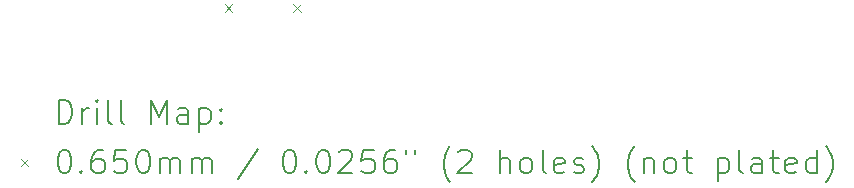
<source format=gbr>
%TF.GenerationSoftware,KiCad,Pcbnew,(6.0.9-0)*%
%TF.CreationDate,2022-12-13T13:55:31-05:00*%
%TF.ProjectId,easy-esc,65617379-2d65-4736-932e-6b696361645f,rev?*%
%TF.SameCoordinates,Original*%
%TF.FileFunction,Drillmap*%
%TF.FilePolarity,Positive*%
%FSLAX45Y45*%
G04 Gerber Fmt 4.5, Leading zero omitted, Abs format (unit mm)*
G04 Created by KiCad (PCBNEW (6.0.9-0)) date 2022-12-13 13:55:31*
%MOMM*%
%LPD*%
G01*
G04 APERTURE LIST*
%ADD10C,0.200000*%
%ADD11C,0.065000*%
G04 APERTURE END LIST*
D10*
D11*
X13013500Y-13296500D02*
X13078500Y-13361500D01*
X13078500Y-13296500D02*
X13013500Y-13361500D01*
X13591500Y-13296500D02*
X13656500Y-13361500D01*
X13656500Y-13296500D02*
X13591500Y-13361500D01*
D10*
X11609719Y-14307576D02*
X11609719Y-14107576D01*
X11657338Y-14107576D01*
X11685909Y-14117100D01*
X11704957Y-14136148D01*
X11714481Y-14155195D01*
X11724005Y-14193290D01*
X11724005Y-14221862D01*
X11714481Y-14259957D01*
X11704957Y-14279005D01*
X11685909Y-14298052D01*
X11657338Y-14307576D01*
X11609719Y-14307576D01*
X11809719Y-14307576D02*
X11809719Y-14174243D01*
X11809719Y-14212338D02*
X11819243Y-14193290D01*
X11828767Y-14183767D01*
X11847814Y-14174243D01*
X11866862Y-14174243D01*
X11933528Y-14307576D02*
X11933528Y-14174243D01*
X11933528Y-14107576D02*
X11924005Y-14117100D01*
X11933528Y-14126624D01*
X11943052Y-14117100D01*
X11933528Y-14107576D01*
X11933528Y-14126624D01*
X12057338Y-14307576D02*
X12038290Y-14298052D01*
X12028767Y-14279005D01*
X12028767Y-14107576D01*
X12162100Y-14307576D02*
X12143052Y-14298052D01*
X12133528Y-14279005D01*
X12133528Y-14107576D01*
X12390671Y-14307576D02*
X12390671Y-14107576D01*
X12457338Y-14250433D01*
X12524005Y-14107576D01*
X12524005Y-14307576D01*
X12704957Y-14307576D02*
X12704957Y-14202814D01*
X12695433Y-14183767D01*
X12676386Y-14174243D01*
X12638290Y-14174243D01*
X12619243Y-14183767D01*
X12704957Y-14298052D02*
X12685909Y-14307576D01*
X12638290Y-14307576D01*
X12619243Y-14298052D01*
X12609719Y-14279005D01*
X12609719Y-14259957D01*
X12619243Y-14240909D01*
X12638290Y-14231386D01*
X12685909Y-14231386D01*
X12704957Y-14221862D01*
X12800195Y-14174243D02*
X12800195Y-14374243D01*
X12800195Y-14183767D02*
X12819243Y-14174243D01*
X12857338Y-14174243D01*
X12876386Y-14183767D01*
X12885909Y-14193290D01*
X12895433Y-14212338D01*
X12895433Y-14269481D01*
X12885909Y-14288528D01*
X12876386Y-14298052D01*
X12857338Y-14307576D01*
X12819243Y-14307576D01*
X12800195Y-14298052D01*
X12981148Y-14288528D02*
X12990671Y-14298052D01*
X12981148Y-14307576D01*
X12971624Y-14298052D01*
X12981148Y-14288528D01*
X12981148Y-14307576D01*
X12981148Y-14183767D02*
X12990671Y-14193290D01*
X12981148Y-14202814D01*
X12971624Y-14193290D01*
X12981148Y-14183767D01*
X12981148Y-14202814D01*
D11*
X11287100Y-14604600D02*
X11352100Y-14669600D01*
X11352100Y-14604600D02*
X11287100Y-14669600D01*
D10*
X11647814Y-14527576D02*
X11666862Y-14527576D01*
X11685909Y-14537100D01*
X11695433Y-14546624D01*
X11704957Y-14565671D01*
X11714481Y-14603767D01*
X11714481Y-14651386D01*
X11704957Y-14689481D01*
X11695433Y-14708528D01*
X11685909Y-14718052D01*
X11666862Y-14727576D01*
X11647814Y-14727576D01*
X11628767Y-14718052D01*
X11619243Y-14708528D01*
X11609719Y-14689481D01*
X11600195Y-14651386D01*
X11600195Y-14603767D01*
X11609719Y-14565671D01*
X11619243Y-14546624D01*
X11628767Y-14537100D01*
X11647814Y-14527576D01*
X11800195Y-14708528D02*
X11809719Y-14718052D01*
X11800195Y-14727576D01*
X11790671Y-14718052D01*
X11800195Y-14708528D01*
X11800195Y-14727576D01*
X11981148Y-14527576D02*
X11943052Y-14527576D01*
X11924005Y-14537100D01*
X11914481Y-14546624D01*
X11895433Y-14575195D01*
X11885909Y-14613290D01*
X11885909Y-14689481D01*
X11895433Y-14708528D01*
X11904957Y-14718052D01*
X11924005Y-14727576D01*
X11962100Y-14727576D01*
X11981148Y-14718052D01*
X11990671Y-14708528D01*
X12000195Y-14689481D01*
X12000195Y-14641862D01*
X11990671Y-14622814D01*
X11981148Y-14613290D01*
X11962100Y-14603767D01*
X11924005Y-14603767D01*
X11904957Y-14613290D01*
X11895433Y-14622814D01*
X11885909Y-14641862D01*
X12181148Y-14527576D02*
X12085909Y-14527576D01*
X12076386Y-14622814D01*
X12085909Y-14613290D01*
X12104957Y-14603767D01*
X12152576Y-14603767D01*
X12171624Y-14613290D01*
X12181148Y-14622814D01*
X12190671Y-14641862D01*
X12190671Y-14689481D01*
X12181148Y-14708528D01*
X12171624Y-14718052D01*
X12152576Y-14727576D01*
X12104957Y-14727576D01*
X12085909Y-14718052D01*
X12076386Y-14708528D01*
X12314481Y-14527576D02*
X12333528Y-14527576D01*
X12352576Y-14537100D01*
X12362100Y-14546624D01*
X12371624Y-14565671D01*
X12381148Y-14603767D01*
X12381148Y-14651386D01*
X12371624Y-14689481D01*
X12362100Y-14708528D01*
X12352576Y-14718052D01*
X12333528Y-14727576D01*
X12314481Y-14727576D01*
X12295433Y-14718052D01*
X12285909Y-14708528D01*
X12276386Y-14689481D01*
X12266862Y-14651386D01*
X12266862Y-14603767D01*
X12276386Y-14565671D01*
X12285909Y-14546624D01*
X12295433Y-14537100D01*
X12314481Y-14527576D01*
X12466862Y-14727576D02*
X12466862Y-14594243D01*
X12466862Y-14613290D02*
X12476386Y-14603767D01*
X12495433Y-14594243D01*
X12524005Y-14594243D01*
X12543052Y-14603767D01*
X12552576Y-14622814D01*
X12552576Y-14727576D01*
X12552576Y-14622814D02*
X12562100Y-14603767D01*
X12581148Y-14594243D01*
X12609719Y-14594243D01*
X12628767Y-14603767D01*
X12638290Y-14622814D01*
X12638290Y-14727576D01*
X12733528Y-14727576D02*
X12733528Y-14594243D01*
X12733528Y-14613290D02*
X12743052Y-14603767D01*
X12762100Y-14594243D01*
X12790671Y-14594243D01*
X12809719Y-14603767D01*
X12819243Y-14622814D01*
X12819243Y-14727576D01*
X12819243Y-14622814D02*
X12828767Y-14603767D01*
X12847814Y-14594243D01*
X12876386Y-14594243D01*
X12895433Y-14603767D01*
X12904957Y-14622814D01*
X12904957Y-14727576D01*
X13295433Y-14518052D02*
X13124005Y-14775195D01*
X13552576Y-14527576D02*
X13571624Y-14527576D01*
X13590671Y-14537100D01*
X13600195Y-14546624D01*
X13609719Y-14565671D01*
X13619243Y-14603767D01*
X13619243Y-14651386D01*
X13609719Y-14689481D01*
X13600195Y-14708528D01*
X13590671Y-14718052D01*
X13571624Y-14727576D01*
X13552576Y-14727576D01*
X13533528Y-14718052D01*
X13524005Y-14708528D01*
X13514481Y-14689481D01*
X13504957Y-14651386D01*
X13504957Y-14603767D01*
X13514481Y-14565671D01*
X13524005Y-14546624D01*
X13533528Y-14537100D01*
X13552576Y-14527576D01*
X13704957Y-14708528D02*
X13714481Y-14718052D01*
X13704957Y-14727576D01*
X13695433Y-14718052D01*
X13704957Y-14708528D01*
X13704957Y-14727576D01*
X13838290Y-14527576D02*
X13857338Y-14527576D01*
X13876386Y-14537100D01*
X13885909Y-14546624D01*
X13895433Y-14565671D01*
X13904957Y-14603767D01*
X13904957Y-14651386D01*
X13895433Y-14689481D01*
X13885909Y-14708528D01*
X13876386Y-14718052D01*
X13857338Y-14727576D01*
X13838290Y-14727576D01*
X13819243Y-14718052D01*
X13809719Y-14708528D01*
X13800195Y-14689481D01*
X13790671Y-14651386D01*
X13790671Y-14603767D01*
X13800195Y-14565671D01*
X13809719Y-14546624D01*
X13819243Y-14537100D01*
X13838290Y-14527576D01*
X13981148Y-14546624D02*
X13990671Y-14537100D01*
X14009719Y-14527576D01*
X14057338Y-14527576D01*
X14076386Y-14537100D01*
X14085909Y-14546624D01*
X14095433Y-14565671D01*
X14095433Y-14584719D01*
X14085909Y-14613290D01*
X13971624Y-14727576D01*
X14095433Y-14727576D01*
X14276386Y-14527576D02*
X14181148Y-14527576D01*
X14171624Y-14622814D01*
X14181148Y-14613290D01*
X14200195Y-14603767D01*
X14247814Y-14603767D01*
X14266862Y-14613290D01*
X14276386Y-14622814D01*
X14285909Y-14641862D01*
X14285909Y-14689481D01*
X14276386Y-14708528D01*
X14266862Y-14718052D01*
X14247814Y-14727576D01*
X14200195Y-14727576D01*
X14181148Y-14718052D01*
X14171624Y-14708528D01*
X14457338Y-14527576D02*
X14419243Y-14527576D01*
X14400195Y-14537100D01*
X14390671Y-14546624D01*
X14371624Y-14575195D01*
X14362100Y-14613290D01*
X14362100Y-14689481D01*
X14371624Y-14708528D01*
X14381148Y-14718052D01*
X14400195Y-14727576D01*
X14438290Y-14727576D01*
X14457338Y-14718052D01*
X14466862Y-14708528D01*
X14476386Y-14689481D01*
X14476386Y-14641862D01*
X14466862Y-14622814D01*
X14457338Y-14613290D01*
X14438290Y-14603767D01*
X14400195Y-14603767D01*
X14381148Y-14613290D01*
X14371624Y-14622814D01*
X14362100Y-14641862D01*
X14552576Y-14527576D02*
X14552576Y-14565671D01*
X14628767Y-14527576D02*
X14628767Y-14565671D01*
X14924005Y-14803767D02*
X14914481Y-14794243D01*
X14895433Y-14765671D01*
X14885909Y-14746624D01*
X14876386Y-14718052D01*
X14866862Y-14670433D01*
X14866862Y-14632338D01*
X14876386Y-14584719D01*
X14885909Y-14556148D01*
X14895433Y-14537100D01*
X14914481Y-14508528D01*
X14924005Y-14499005D01*
X14990671Y-14546624D02*
X15000195Y-14537100D01*
X15019243Y-14527576D01*
X15066862Y-14527576D01*
X15085909Y-14537100D01*
X15095433Y-14546624D01*
X15104957Y-14565671D01*
X15104957Y-14584719D01*
X15095433Y-14613290D01*
X14981148Y-14727576D01*
X15104957Y-14727576D01*
X15343052Y-14727576D02*
X15343052Y-14527576D01*
X15428767Y-14727576D02*
X15428767Y-14622814D01*
X15419243Y-14603767D01*
X15400195Y-14594243D01*
X15371624Y-14594243D01*
X15352576Y-14603767D01*
X15343052Y-14613290D01*
X15552576Y-14727576D02*
X15533528Y-14718052D01*
X15524005Y-14708528D01*
X15514481Y-14689481D01*
X15514481Y-14632338D01*
X15524005Y-14613290D01*
X15533528Y-14603767D01*
X15552576Y-14594243D01*
X15581148Y-14594243D01*
X15600195Y-14603767D01*
X15609719Y-14613290D01*
X15619243Y-14632338D01*
X15619243Y-14689481D01*
X15609719Y-14708528D01*
X15600195Y-14718052D01*
X15581148Y-14727576D01*
X15552576Y-14727576D01*
X15733528Y-14727576D02*
X15714481Y-14718052D01*
X15704957Y-14699005D01*
X15704957Y-14527576D01*
X15885909Y-14718052D02*
X15866862Y-14727576D01*
X15828767Y-14727576D01*
X15809719Y-14718052D01*
X15800195Y-14699005D01*
X15800195Y-14622814D01*
X15809719Y-14603767D01*
X15828767Y-14594243D01*
X15866862Y-14594243D01*
X15885909Y-14603767D01*
X15895433Y-14622814D01*
X15895433Y-14641862D01*
X15800195Y-14660909D01*
X15971624Y-14718052D02*
X15990671Y-14727576D01*
X16028767Y-14727576D01*
X16047814Y-14718052D01*
X16057338Y-14699005D01*
X16057338Y-14689481D01*
X16047814Y-14670433D01*
X16028767Y-14660909D01*
X16000195Y-14660909D01*
X15981148Y-14651386D01*
X15971624Y-14632338D01*
X15971624Y-14622814D01*
X15981148Y-14603767D01*
X16000195Y-14594243D01*
X16028767Y-14594243D01*
X16047814Y-14603767D01*
X16124005Y-14803767D02*
X16133528Y-14794243D01*
X16152576Y-14765671D01*
X16162100Y-14746624D01*
X16171624Y-14718052D01*
X16181148Y-14670433D01*
X16181148Y-14632338D01*
X16171624Y-14584719D01*
X16162100Y-14556148D01*
X16152576Y-14537100D01*
X16133528Y-14508528D01*
X16124005Y-14499005D01*
X16485909Y-14803767D02*
X16476386Y-14794243D01*
X16457338Y-14765671D01*
X16447814Y-14746624D01*
X16438290Y-14718052D01*
X16428767Y-14670433D01*
X16428767Y-14632338D01*
X16438290Y-14584719D01*
X16447814Y-14556148D01*
X16457338Y-14537100D01*
X16476386Y-14508528D01*
X16485909Y-14499005D01*
X16562100Y-14594243D02*
X16562100Y-14727576D01*
X16562100Y-14613290D02*
X16571624Y-14603767D01*
X16590671Y-14594243D01*
X16619243Y-14594243D01*
X16638290Y-14603767D01*
X16647814Y-14622814D01*
X16647814Y-14727576D01*
X16771624Y-14727576D02*
X16752576Y-14718052D01*
X16743052Y-14708528D01*
X16733528Y-14689481D01*
X16733528Y-14632338D01*
X16743052Y-14613290D01*
X16752576Y-14603767D01*
X16771624Y-14594243D01*
X16800195Y-14594243D01*
X16819243Y-14603767D01*
X16828767Y-14613290D01*
X16838290Y-14632338D01*
X16838290Y-14689481D01*
X16828767Y-14708528D01*
X16819243Y-14718052D01*
X16800195Y-14727576D01*
X16771624Y-14727576D01*
X16895433Y-14594243D02*
X16971624Y-14594243D01*
X16924005Y-14527576D02*
X16924005Y-14699005D01*
X16933529Y-14718052D01*
X16952576Y-14727576D01*
X16971624Y-14727576D01*
X17190671Y-14594243D02*
X17190671Y-14794243D01*
X17190671Y-14603767D02*
X17209719Y-14594243D01*
X17247814Y-14594243D01*
X17266862Y-14603767D01*
X17276386Y-14613290D01*
X17285910Y-14632338D01*
X17285910Y-14689481D01*
X17276386Y-14708528D01*
X17266862Y-14718052D01*
X17247814Y-14727576D01*
X17209719Y-14727576D01*
X17190671Y-14718052D01*
X17400195Y-14727576D02*
X17381148Y-14718052D01*
X17371624Y-14699005D01*
X17371624Y-14527576D01*
X17562100Y-14727576D02*
X17562100Y-14622814D01*
X17552576Y-14603767D01*
X17533529Y-14594243D01*
X17495433Y-14594243D01*
X17476386Y-14603767D01*
X17562100Y-14718052D02*
X17543052Y-14727576D01*
X17495433Y-14727576D01*
X17476386Y-14718052D01*
X17466862Y-14699005D01*
X17466862Y-14679957D01*
X17476386Y-14660909D01*
X17495433Y-14651386D01*
X17543052Y-14651386D01*
X17562100Y-14641862D01*
X17628767Y-14594243D02*
X17704957Y-14594243D01*
X17657338Y-14527576D02*
X17657338Y-14699005D01*
X17666862Y-14718052D01*
X17685910Y-14727576D01*
X17704957Y-14727576D01*
X17847814Y-14718052D02*
X17828767Y-14727576D01*
X17790671Y-14727576D01*
X17771624Y-14718052D01*
X17762100Y-14699005D01*
X17762100Y-14622814D01*
X17771624Y-14603767D01*
X17790671Y-14594243D01*
X17828767Y-14594243D01*
X17847814Y-14603767D01*
X17857338Y-14622814D01*
X17857338Y-14641862D01*
X17762100Y-14660909D01*
X18028767Y-14727576D02*
X18028767Y-14527576D01*
X18028767Y-14718052D02*
X18009719Y-14727576D01*
X17971624Y-14727576D01*
X17952576Y-14718052D01*
X17943052Y-14708528D01*
X17933529Y-14689481D01*
X17933529Y-14632338D01*
X17943052Y-14613290D01*
X17952576Y-14603767D01*
X17971624Y-14594243D01*
X18009719Y-14594243D01*
X18028767Y-14603767D01*
X18104957Y-14803767D02*
X18114481Y-14794243D01*
X18133529Y-14765671D01*
X18143052Y-14746624D01*
X18152576Y-14718052D01*
X18162100Y-14670433D01*
X18162100Y-14632338D01*
X18152576Y-14584719D01*
X18143052Y-14556148D01*
X18133529Y-14537100D01*
X18114481Y-14508528D01*
X18104957Y-14499005D01*
M02*

</source>
